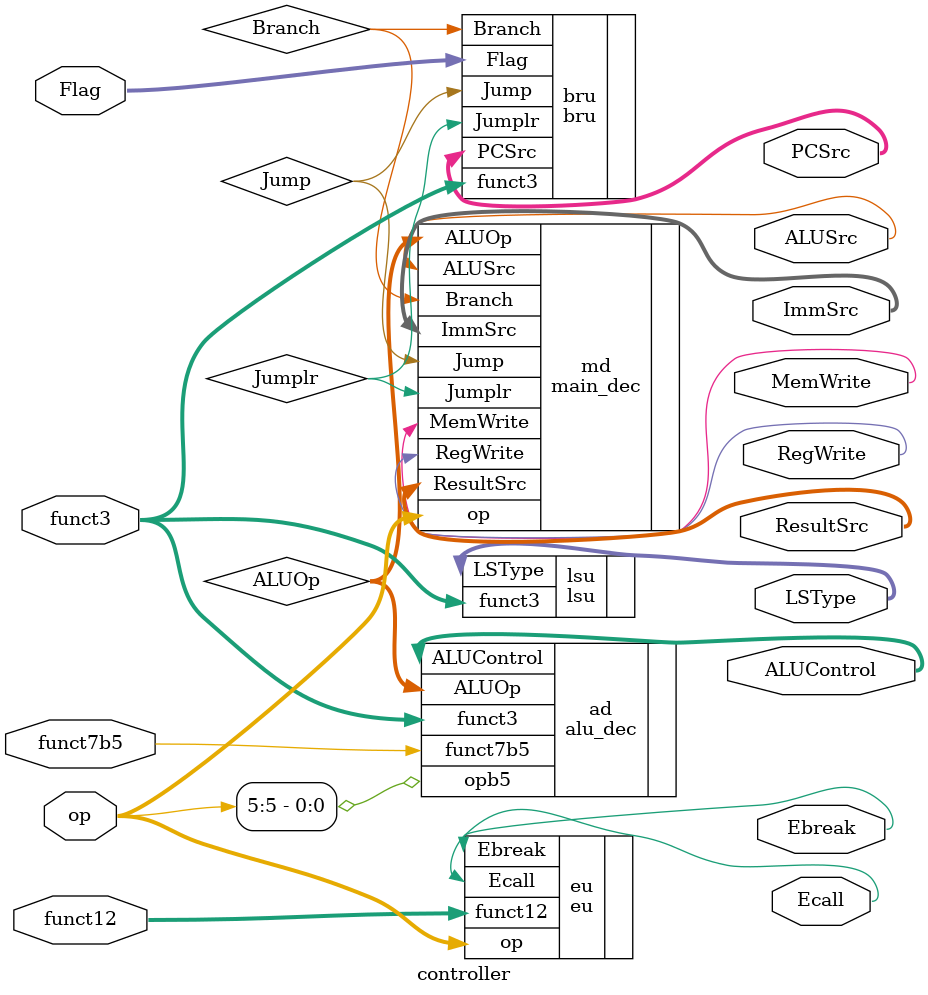
<source format=sv>
`timescale 1ns/1ps

module controller
(
    input   logic   [6:0]   op,
    input   logic   [2:0]   funct3,
    input   logic           funct7b5,
    input   logic   [11:0]  funct12,

    input   logic   [3:0]   Flag, // Flag = {Ovf, Carry, Neg, Zero} (Overflow, Carry, Negative, Zero)

    output  logic           RegWrite, MemWrite, ALUSrc,
    output  logic   [3:0]   ALUControl,
    output  logic   [1:0]   ResultSrc, 
    output  logic   [2:0]   ImmSrc,
    output  logic   [4:0]   LSType,
    
    output  logic   [1:0]   PCSrc,
    output  logic           Ecall, Ebreak
);

logic           Branch, Jump, Jumplr; 
logic   [1:0]   ALUOp;

// Main Decoder
main_dec md
(
    .op             (op),
    .RegWrite       (RegWrite),
    .ImmSrc         (ImmSrc),
    .ALUSrc         (ALUSrc), 
    .MemWrite       (MemWrite),
    .ResultSrc      (ResultSrc),
    .Branch         (Branch),
    .Jump           (Jump),
    .Jumplr         (Jumplr),
    .ALUOp          (ALUOp)
);

// ALU Decoder
alu_dec ad
(
    .ALUOp          (ALUOp),
    .funct3         (funct3),
    .opb5           (op[5]),
    .funct7b5       (funct7b5),
    .ALUControl     (ALUControl)
);

// Branch Unit
bru bru
(
    .funct3         (funct3),
    .Flag           (Flag),
    .Branch         (Branch),
    .Jump           (Jump),
    .Jumplr         (Jumplr),
    .PCSrc          (PCSrc)
);

lsu lsu
(
    .funct3         (funct3),
    .LSType         (LSType)
);

// Environment Unit
eu eu
(
    .op             (op),
    .funct12        (funct12),
    .Ecall          (Ecall),
    .Ebreak         (Ebreak)
);

endmodule:controller



</source>
